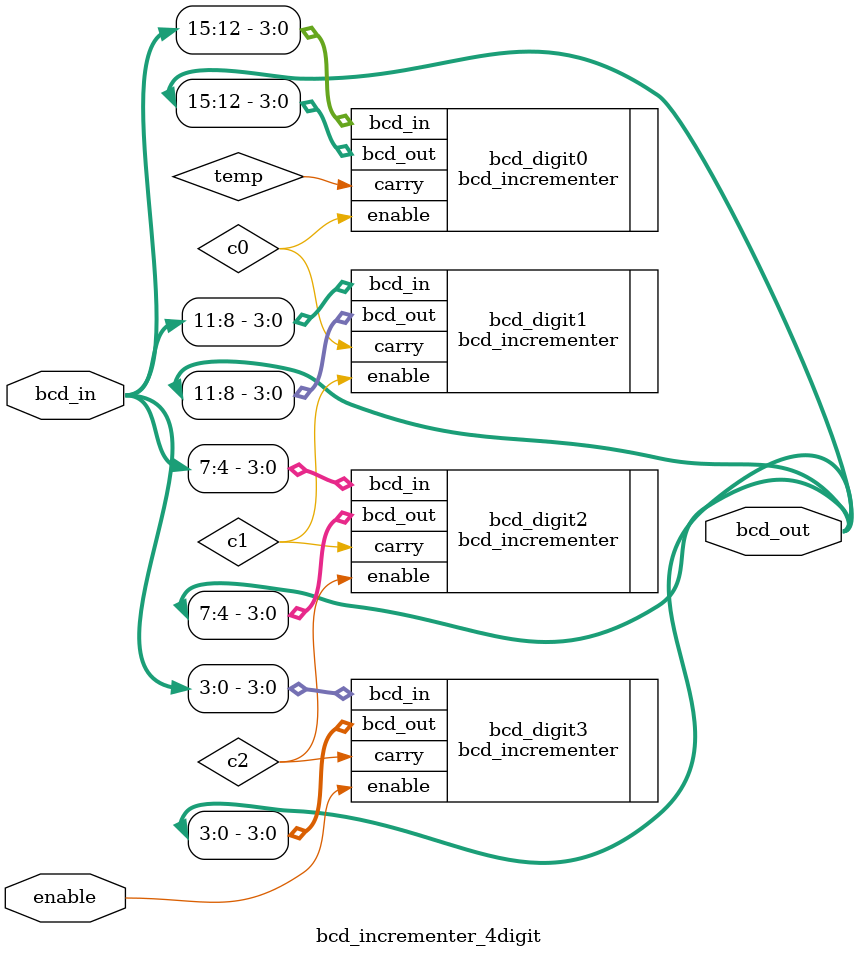
<source format=v>
module bcd_incrementer_4digit(
	bcd_in, 
	bcd_out,
	enable
);

input wire [15:0] bcd_in;
output wire [15:0] bcd_out;
input wire enable;

wire c2, c1, c0;
wire temp;

bcd_incrementer bcd_digit3(
	.bcd_in(bcd_in[3:0]),
	.enable(enable), 
	.bcd_out(bcd_out[3:0]), 
	.carry(c2));
	
bcd_incrementer bcd_digit2(
	.bcd_in(bcd_in[7:4]),
	.enable(c2), 
	.bcd_out(bcd_out[7:4]), 
	.carry(c1));
	
bcd_incrementer bcd_digit1(
	.bcd_in(bcd_in[11:8]),
	.enable(c1), 
	.bcd_out(bcd_out[11:8]), 
	.carry(c0));
	
bcd_incrementer bcd_digit0(
	.bcd_in(bcd_in[15:12]),
	.enable(c0), 
	.bcd_out(bcd_out[15:12]), 
	.carry(temp));
		
	
endmodule
</source>
